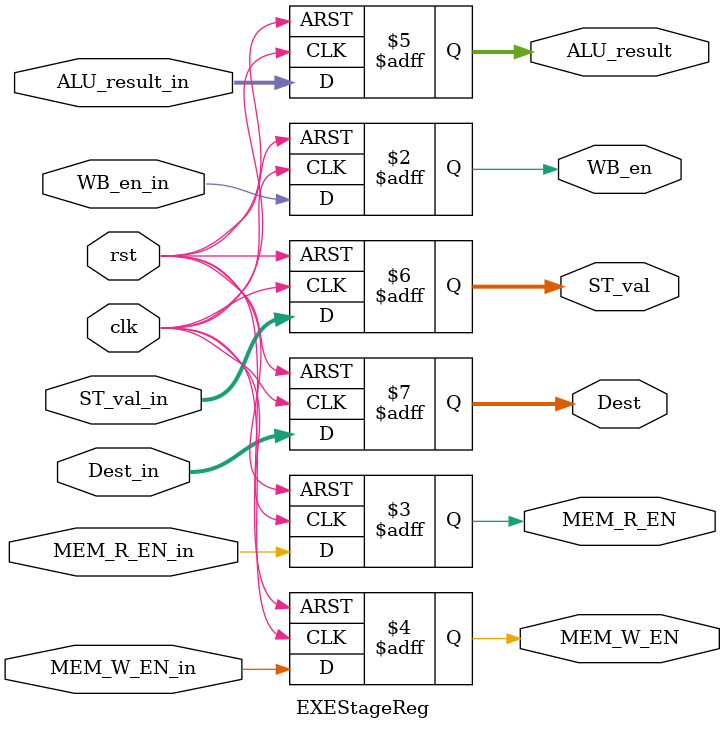
<source format=v>
`timescale 1ns/1ns
module EXEStageReg(rst, clk, WB_en_in, MEM_R_EN_in, MEM_W_EN_in, ALU_result_in, ST_val_in, Dest_in, WB_en,
 MEM_R_EN, MEM_W_EN, ALU_result, ST_val, Dest);
 
  input rst, clk, WB_en_in, MEM_R_EN_in, MEM_W_EN_in;
  input[31:0] ALU_result_in, ST_val_in;
  input[3:0] Dest_in;
  output reg WB_en, MEM_R_EN, MEM_W_EN;
  output reg[31:0] ALU_result, ST_val;
  output reg[3:0] Dest;
  
  always@(posedge clk, posedge rst) begin
    if(rst) begin
      {WB_en, MEM_R_EN, MEM_W_EN} <= 3'b0;
      {ALU_result, ST_val} <= 64'b0;
      Dest <= 4'b0;
    end
    else begin
      {WB_en, MEM_R_EN, MEM_W_EN} <= {WB_en_in, MEM_R_EN_in, MEM_W_EN_in};
      {ALU_result, ST_val} <= {ALU_result_in, ST_val_in};
      Dest <= Dest_in;
      
    end
  end
endmodule
</source>
